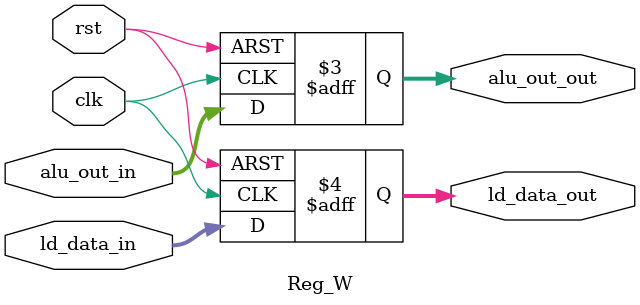
<source format=v>
module Reg_W (
    input clk,
    input rst,
    input [31:0] alu_out_in,
    input [31:0] ld_data_in,
    output reg [31:0] alu_out_out,
    output reg [31:0] ld_data_out
);

    always @(posedge clk or posedge rst) begin
        if (rst == 1)    begin
            alu_out_out <= 32'd0;
            ld_data_out <= 32'd0;
        end
        else    begin
            alu_out_out <= alu_out_in;
            ld_data_out <= ld_data_in;
        end
    end

endmodule
</source>
